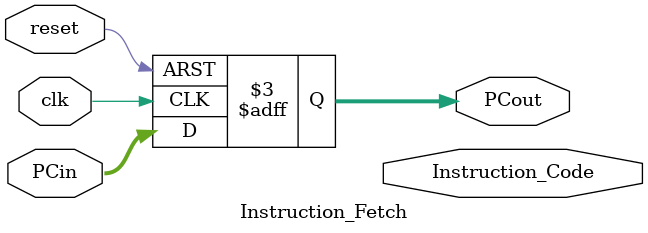
<source format=v>
`timescale 1ns / 1ps
module Instruction_Fetch(clk, reset, PCin, Instruction_Code, PCout
    );
input clk;
input reset;
input [31:0] PCin;
output [31:0] Instruction_Code;
output reg [31:0] PCout;

//instantiation of instruction memory
//Instruction_Memory IM1(PCout,reset,Instruction_Code);

always@(posedge clk, negedge reset) begin
if (reset==0) PCout <=32'b0;
else
PCout <= PCin;
end


endmodule

</source>
